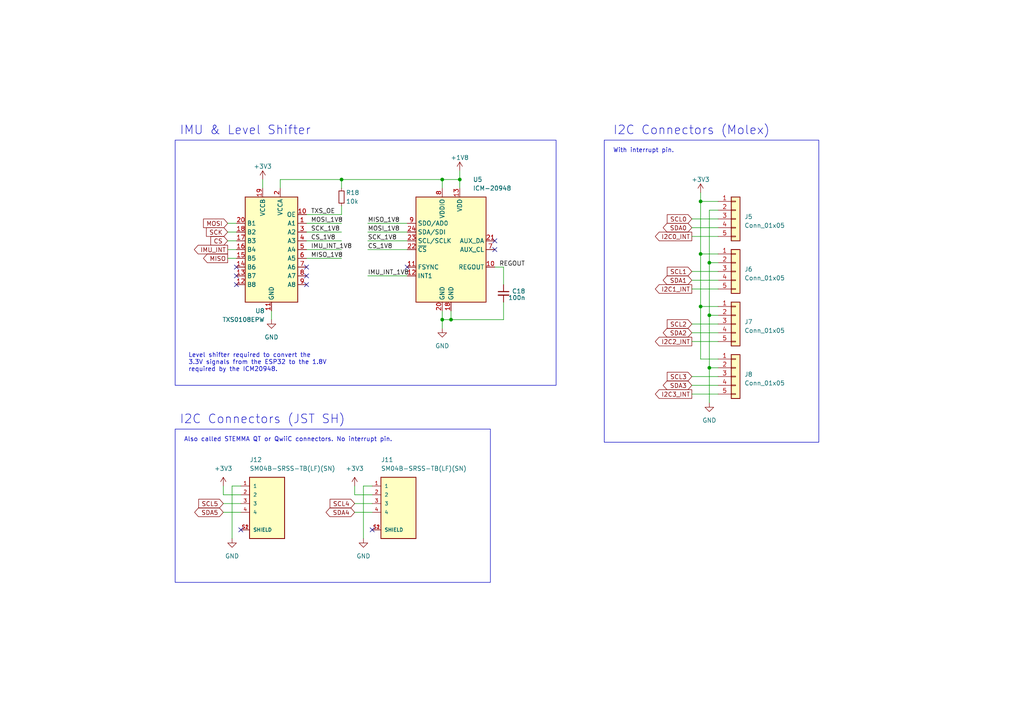
<source format=kicad_sch>
(kicad_sch (version 20230121) (generator eeschema)
  (paper "A4")
  (lib_symbols
    (symbol "Connector_Generic:Conn_01x05" (pin_names (offset 1.016) hide)
      (property "Reference" "J" (at 0 7.62 0))
      (property "Value" "Conn_01x05" (at 0 -7.62 0))
      (symbol "Conn_01x05_1_1"
        (rectangle (start -1.27 -4.953) (end 0 -5.207) (stroke (width 0.1524)))
        (rectangle (start -1.27 -2.413) (end 0 -2.667) (stroke (width 0.1524)))
        (rectangle (start -1.27 0.127) (end 0 -0.127) (stroke (width 0.1524)))
        (rectangle (start -1.27 2.667) (end 0 2.413) (stroke (width 0.1524)))
        (rectangle (start -1.27 5.207) (end 0 4.953) (stroke (width 0.1524)))
        (rectangle (start -1.27 6.35) (end 1.27 -6.35) (stroke (width 0.254)) (fill (type background)))
        (pin passive line (at -5.08 5.08 0) (length 3.81) (name "Pin_1") (number "1"))
        (pin passive line (at -5.08 2.54 0) (length 3.81) (name "Pin_2") (number "2"))
        (pin passive line (at -5.08 0 0) (length 3.81) (name "Pin_3") (number "3"))
        (pin passive line (at -5.08 -2.54 0) (length 3.81) (name "Pin_4") (number "4"))
        (pin passive line (at -5.08 -5.08 0) (length 3.81) (name "Pin_5") (number "5"))
      )
    )
    (symbol "Device:C_Small" (pin_numbers hide) (pin_names (offset 0.254) hide)
      (property "Reference" "C" (at 0.254 1.778 0))
      (property "Value" "C_Small" (at 0.254 -2.032 0))
      (symbol "C_Small_0_1"
        (polyline (pts (xy -1.524 -0.508) (xy 1.524 -0.508)) (stroke (width 0.3302)))
        (polyline (pts (xy -1.524 0.508) (xy 1.524 0.508)) (stroke (width 0.3048)))
      )
      (symbol "C_Small_1_1"
        (pin passive line (at 0 2.54 270) (length 2.032) (name "~") (number "1"))
        (pin passive line (at 0 -2.54 90) (length 2.032) (name "~") (number "2"))
      )
    )
    (symbol "Device:R_Small" (pin_numbers hide) (pin_names (offset 0.254) hide)
      (property "Reference" "R" (at 0.762 0.508 0))
      (property "Value" "R_Small" (at 0.762 -1.016 0))
      (symbol "R_Small_0_1"
        (rectangle (start -0.762 1.778) (end 0.762 -1.778) (stroke (width 0.2032)))
      )
      (symbol "R_Small_1_1"
        (pin passive line (at 0 2.54 270) (length 0.762) (name "~") (number "1"))
        (pin passive line (at 0 -2.54 90) (length 0.762) (name "~") (number "2"))
      )
    )
    (symbol "Logic_LevelTranslator:TXS0108EPW"
      (property "Reference" "U" (at -6.35 16.51 0))
      (property "Value" "TXS0108EPW" (at 3.81 16.51 0))
      (symbol "TXS0108EPW_0_1"
        (rectangle (start -7.62 15.24) (end 7.62 -15.24) (stroke (width 0.254)) (fill (type background)))
      )
      (symbol "TXS0108EPW_1_1"
        (pin bidirectional line (at -10.16 7.62 0) (length 2.54) (name "A1") (number "1"))
        (pin input line (at -10.16 10.16 0) (length 2.54) (name "OE") (number "10"))
        (pin power_in line (at 0 -17.78 90) (length 2.54) (name "GND") (number "11"))
        (pin bidirectional line (at 10.16 -10.16 180) (length 2.54) (name "B8") (number "12"))
        (pin bidirectional line (at 10.16 -7.62 180) (length 2.54) (name "B7") (number "13"))
        (pin bidirectional line (at 10.16 -5.08 180) (length 2.54) (name "B6") (number "14"))
        (pin bidirectional line (at 10.16 -2.54 180) (length 2.54) (name "B5") (number "15"))
        (pin bidirectional line (at 10.16 0 180) (length 2.54) (name "B4") (number "16"))
        (pin bidirectional line (at 10.16 2.54 180) (length 2.54) (name "B3") (number "17"))
        (pin bidirectional line (at 10.16 5.08 180) (length 2.54) (name "B2") (number "18"))
        (pin power_in line (at 2.54 17.78 270) (length 2.54) (name "VCCB") (number "19"))
        (pin power_in line (at -2.54 17.78 270) (length 2.54) (name "VCCA") (number "2"))
        (pin bidirectional line (at 10.16 7.62 180) (length 2.54) (name "B1") (number "20"))
        (pin bidirectional line (at -10.16 5.08 0) (length 2.54) (name "A2") (number "3"))
        (pin bidirectional line (at -10.16 2.54 0) (length 2.54) (name "A3") (number "4"))
        (pin bidirectional line (at -10.16 0 0) (length 2.54) (name "A4") (number "5"))
        (pin bidirectional line (at -10.16 -2.54 0) (length 2.54) (name "A5") (number "6"))
        (pin bidirectional line (at -10.16 -5.08 0) (length 2.54) (name "A6") (number "7"))
        (pin bidirectional line (at -10.16 -7.62 0) (length 2.54) (name "A7") (number "8"))
        (pin bidirectional line (at -10.16 -10.16 0) (length 2.54) (name "A8") (number "9"))
      )
    )
    (symbol "SM04B-SRSS-TB_LF__SN_:SM04B-SRSS-TB(LF)(SN)" (pin_names (offset 1.016))
      (property "Reference" "J" (at -5.0831 8.1433 0))
      (property "Value" "SM04B-SRSS-TB(LF)(SN)" (at -5.0835 -11.9557 0))
      (symbol "SM04B-SRSS-TB(LF)(SN)_0_0"
        (rectangle (start -5.08 -10.16) (end 5.08 7.62) (stroke (width 0.254)) (fill (type background)))
        (pin passive line (at -7.62 5.08 0) (length 2.54) (name "1") (number "1"))
        (pin passive line (at -7.62 2.54 0) (length 2.54) (name "2") (number "2"))
        (pin passive line (at -7.62 0 0) (length 2.54) (name "3") (number "3"))
        (pin passive line (at -7.62 -2.54 0) (length 2.54) (name "4") (number "4"))
        (pin passive line (at -7.62 -7.62 0) (length 2.54) (name "SHIELD") (number "S1"))
        (pin passive line (at -7.62 -7.62 0) (length 2.54) (name "SHIELD") (number "S2"))
      )
    )
    (symbol "Sensor_Motion:ICM-20948"
      (property "Reference" "U5" (at 6.35 20.32 0))
      (property "Value" "ICM-20948" (at 6.35 17.78 0))
      (symbol "ICM-20948_0_1"
        (rectangle (start -10.16 15.24) (end 10.16 -15.24) (stroke (width 0.254)) (fill (type background)))
      )
      (symbol "ICM-20948_1_1"
        (pin no_connect line (at -10.16 12.7 0) (length 2.54) hide (name "NC") (number "1"))
        (pin passive line (at 12.7 -5.08 180) (length 2.54) (name "REGOUT") (number "10"))
        (pin input line (at -12.7 -5.08 0) (length 2.54) (name "FSYNC") (number "11"))
        (pin output line (at -12.7 -7.62 0) (length 2.54) (name "INT1") (number "12"))
        (pin power_in line (at 2.54 17.78 270) (length 2.54) (name "VDD") (number "13"))
        (pin no_connect line (at 10.16 7.62 180) (length 2.54) hide (name "NC") (number "14"))
        (pin no_connect line (at 10.16 5.08 180) (length 2.54) hide (name "NC") (number "15"))
        (pin no_connect line (at 10.16 -7.62 180) (length 2.54) hide (name "NC") (number "16"))
        (pin no_connect line (at 10.16 -10.16 180) (length 2.54) hide (name "NC") (number "17"))
        (pin power_in line (at 0 -17.78 90) (length 2.54) (name "GND") (number "18"))
        (pin no_connect line (at 10.16 -12.7 180) (length 2.54) hide (name "RESV") (number "19"))
        (pin no_connect line (at -10.16 10.16 0) (length 2.54) hide (name "NC") (number "2"))
        (pin passive line (at -2.54 -17.78 90) (length 2.54) (name "GND") (number "20"))
        (pin bidirectional line (at 12.7 2.54 180) (length 2.54) (name "AUX_DA") (number "21"))
        (pin input line (at -12.7 0 0) (length 2.54) (name "~{CS}") (number "22"))
        (pin input line (at -12.7 2.54 0) (length 2.54) (name "SCL/SCLK") (number "23"))
        (pin bidirectional line (at -12.7 5.08 0) (length 2.54) (name "SDA/SDI") (number "24"))
        (pin no_connect line (at -10.16 -2.54 0) (length 2.54) hide (name "NC") (number "3"))
        (pin no_connect line (at -10.16 -10.16 0) (length 2.54) hide (name "NC") (number "4"))
        (pin no_connect line (at -10.16 -12.7 0) (length 2.54) hide (name "NC") (number "5"))
        (pin no_connect line (at 10.16 10.16 180) (length 2.54) hide (name "NC") (number "6"))
        (pin output line (at 12.7 0 180) (length 2.54) (name "AUX_CL") (number "7"))
        (pin power_in line (at -2.54 17.78 270) (length 2.54) (name "VDDIO") (number "8"))
        (pin bidirectional line (at -12.7 7.62 0) (length 2.54) (name "SDO/AD0") (number "9"))
      )
    )
    (symbol "power:+1V8" (power) (pin_names (offset 0))
      (property "Value" "+1V8" (at 0 3.556 0))
      (symbol "+1V8_0_1"
        (polyline (pts (xy -0.762 1.27) (xy 0 2.54)))
        (polyline (pts (xy 0 0) (xy 0 2.54)))
        (polyline (pts (xy 0 2.54) (xy 0.762 1.27)))
      )
      (symbol "+1V8_1_1"
        (pin power_in line (at 0 0 90) (length 0) hide (name "+1V8") (number "1"))
      )
    )
    (symbol "power:+3V3" (power) (pin_names (offset 0))
      (property "Value" "+3V3" (at 0 3.556 0))
      (symbol "+3V3_0_1"
        (polyline (pts (xy -0.762 1.27) (xy 0 2.54)))
        (polyline (pts (xy 0 0) (xy 0 2.54)))
        (polyline (pts (xy 0 2.54) (xy 0.762 1.27)))
      )
      (symbol "+3V3_1_1"
        (pin power_in line (at 0 0 90) (length 0) hide (name "+3V3") (number "1"))
      )
    )
    (symbol "power:GND" (power) (pin_names (offset 0))
      (property "Value" "GND" (at 0 -3.81 0))
      (symbol "GND_0_1"
        (polyline (pts (xy 0 0) (xy 0 -1.27) (xy 1.27 -1.27) (xy 0 -2.54) (xy -1.27 -1.27) (xy 0 -1.27)))
      )
      (symbol "GND_1_1"
        (pin power_in line (at 0 0 270) (length 0) hide (name "GND") (number "1"))
      )
    )
  )
  (junction (at 99.06 52.07))
  (junction (at 205.74 76.2))
  (junction (at 205.74 106.68))
  (junction (at 203.2 58.42))
  (junction (at 133.35 52.07))
  (junction (at 128.27 52.07))
  (junction (at 130.81 92.71))
  (junction (at 128.27 92.71))
  (junction (at 205.74 91.44))
  (junction (at 203.2 88.9))
  (junction (at 203.2 73.66))
  (no_connect (at 68.58 77.47))
  (no_connect (at 68.58 82.55))
  (no_connect (at 143.51 69.85))
  (no_connect (at 68.58 80.01))
  (no_connect (at 88.9 82.55))
  (no_connect (at 143.51 72.39))
  (no_connect (at 118.11 77.47))
  (no_connect (at 107.95 153.67))
  (no_connect (at 88.9 77.47))
  (no_connect (at 88.9 80.01))
  (no_connect (at 69.85 153.67))
  (wire (pts (xy 66.04 64.77) (xy 68.58 64.77)))
  (wire (pts (xy 81.28 52.07) (xy 99.06 52.07)))
  (wire (pts (xy 106.68 67.31) (xy 118.11 67.31)))
  (wire (pts (xy 205.74 91.44) (xy 205.74 76.2)))
  (wire (pts (xy 200.66 66.04) (xy 208.28 66.04)))
  (wire (pts (xy 203.2 58.42) (xy 208.28 58.42)))
  (wire (pts (xy 88.9 69.85) (xy 99.06 69.85)))
  (wire (pts (xy 66.04 74.93) (xy 68.58 74.93)))
  (wire (pts (xy 146.05 87.63) (xy 146.05 92.71)))
  (wire (pts (xy 143.51 77.47) (xy 146.05 77.47)))
  (wire (pts (xy 200.66 63.5) (xy 208.28 63.5)))
  (wire (pts (xy 200.66 114.3) (xy 208.28 114.3)))
  (wire (pts (xy 200.66 99.06) (xy 208.28 99.06)))
  (wire (pts (xy 102.87 140.97) (xy 102.87 143.51)))
  (wire (pts (xy 99.06 52.07) (xy 128.27 52.07)))
  (wire (pts (xy 64.77 146.05) (xy 69.85 146.05)))
  (wire (pts (xy 133.35 49.53) (xy 133.35 52.07)))
  (wire (pts (xy 78.74 92.71) (xy 78.74 90.17)))
  (wire (pts (xy 128.27 92.71) (xy 130.81 92.71)))
  (wire (pts (xy 88.9 74.93) (xy 99.06 74.93)))
  (wire (pts (xy 200.66 109.22) (xy 208.28 109.22)))
  (wire (pts (xy 81.28 52.07) (xy 81.28 54.61)))
  (wire (pts (xy 99.06 52.07) (xy 99.06 54.61)))
  (wire (pts (xy 102.87 146.05) (xy 107.95 146.05)))
  (wire (pts (xy 200.66 78.74) (xy 208.28 78.74)))
  (wire (pts (xy 200.66 93.98) (xy 208.28 93.98)))
  (wire (pts (xy 106.68 64.77) (xy 118.11 64.77)))
  (wire (pts (xy 128.27 95.25) (xy 128.27 92.71)))
  (wire (pts (xy 128.27 52.07) (xy 133.35 52.07)))
  (wire (pts (xy 146.05 92.71) (xy 130.81 92.71)))
  (wire (pts (xy 205.74 76.2) (xy 208.28 76.2)))
  (wire (pts (xy 203.2 104.14) (xy 208.28 104.14)))
  (wire (pts (xy 200.66 96.52) (xy 208.28 96.52)))
  (wire (pts (xy 107.95 140.97) (xy 105.41 140.97)))
  (wire (pts (xy 205.74 106.68) (xy 205.74 116.84)))
  (wire (pts (xy 203.2 88.9) (xy 203.2 104.14)))
  (wire (pts (xy 128.27 90.17) (xy 128.27 92.71)))
  (wire (pts (xy 66.04 67.31) (xy 68.58 67.31)))
  (wire (pts (xy 200.66 81.28) (xy 208.28 81.28)))
  (wire (pts (xy 105.41 140.97) (xy 105.41 156.21)))
  (wire (pts (xy 64.77 143.51) (xy 69.85 143.51)))
  (wire (pts (xy 203.2 73.66) (xy 208.28 73.66)))
  (wire (pts (xy 203.2 58.42) (xy 203.2 73.66)))
  (wire (pts (xy 67.31 140.97) (xy 67.31 156.21)))
  (wire (pts (xy 146.05 77.47) (xy 146.05 82.55)))
  (wire (pts (xy 200.66 68.58) (xy 208.28 68.58)))
  (wire (pts (xy 205.74 106.68) (xy 208.28 106.68)))
  (wire (pts (xy 133.35 52.07) (xy 133.35 54.61)))
  (wire (pts (xy 203.2 88.9) (xy 208.28 88.9)))
  (wire (pts (xy 205.74 91.44) (xy 208.28 91.44)))
  (wire (pts (xy 76.2 52.07) (xy 76.2 54.61)))
  (wire (pts (xy 102.87 143.51) (xy 107.95 143.51)))
  (wire (pts (xy 66.04 69.85) (xy 68.58 69.85)))
  (wire (pts (xy 69.85 140.97) (xy 67.31 140.97)))
  (wire (pts (xy 205.74 60.96) (xy 208.28 60.96)))
  (wire (pts (xy 200.66 83.82) (xy 208.28 83.82)))
  (wire (pts (xy 88.9 62.23) (xy 99.06 62.23)))
  (wire (pts (xy 130.81 92.71) (xy 130.81 90.17)))
  (wire (pts (xy 66.04 72.39) (xy 68.58 72.39)))
  (wire (pts (xy 203.2 55.88) (xy 203.2 58.42)))
  (wire (pts (xy 99.06 59.69) (xy 99.06 62.23)))
  (wire (pts (xy 200.66 111.76) (xy 208.28 111.76)))
  (wire (pts (xy 88.9 67.31) (xy 99.06 67.31)))
  (wire (pts (xy 128.27 54.61) (xy 128.27 52.07)))
  (wire (pts (xy 106.68 72.39) (xy 118.11 72.39)))
  (wire (pts (xy 106.68 80.01) (xy 118.11 80.01)))
  (wire (pts (xy 205.74 106.68) (xy 205.74 91.44)))
  (wire (pts (xy 205.74 76.2) (xy 205.74 60.96)))
  (wire (pts (xy 102.87 148.59) (xy 107.95 148.59)))
  (wire (pts (xy 88.9 72.39) (xy 99.06 72.39)))
  (wire (pts (xy 64.77 148.59) (xy 69.85 148.59)))
  (wire (pts (xy 203.2 73.66) (xy 203.2 88.9)))
  (wire (pts (xy 106.68 69.85) (xy 118.11 69.85)))
  (wire (pts (xy 64.77 140.97) (xy 64.77 143.51)))
  (wire (pts (xy 88.9 64.77) (xy 99.06 64.77)))
  (rectangle (start 50.8 124.46) (end 142.24 168.91))
  (rectangle (start 175.26 40.64) (end 237.49 128.27))
  (rectangle (start 50.8 40.64) (end 161.29 111.76))
  (text "I2C Connectors (Molex)" (at 177.8 39.37 0) (effects (font (size 2.54 2.54)) (justify left bottom)))
  (text "I2C Connectors (JST SH)" (at 52.07 123.19 0) (effects (font (size 2.54 2.54)) (justify left bottom)))
  (text "Level shifter required to convert the\n3.3V signals from the ESP32 to the 1.8V\nrequired by the ICM20948." (at 54.61 107.95 0) (effects (font (size 1.27 1.27)) (justify left bottom)))
  (text "Also called STEMMA QT or QwiiC connectors. No interrupt pin." (at 53.34 128.27 0) (effects (font (size 1.27 1.27)) (justify left bottom)))
  (text "With interrupt pin." (at 177.8 44.45 0) (effects (font (size 1.27 1.27)) (justify left bottom)))
  (text "IMU & Level Shifter" (at 52.07 39.37 0) (effects (font (size 2.54 2.54)) (justify left bottom)))
  (label "SCK_1V8" (at 106.68 69.85 0))
  (label "SCK_1V8" (at 90.17 67.31 0))
  (label "MISO_1V8" (at 106.68 64.77 0))
  (label "CS_1V8" (at 106.68 72.39 0))
  (label "CS_1V8" (at 90.17 69.85 0))
  (label "REGOUT" (at 144.78 77.47 0))
  (label "MISO_1V8" (at 90.17 74.93 0))
  (label "IMU_INT_1V8" (at 106.68 80.01 0))
  (label "IMU_INT_1V8" (at 90.17 72.39 0))
  (label "MOSI_1V8" (at 106.68 67.31 0))
  (label "MOSI_1V8" (at 90.17 64.77 0))
  (label "TXS_OE" (at 90.17 62.23 0))
  (global_label "SCL0" (shape input) (at 200.66 63.5 180) (property "Intersheetrefs" "${INTERSHEET_REFS}" (effects hide)))
  (global_label "SDA0" (shape bidirectional) (at 200.66 66.04 180) (property "Intersheetrefs" "${INTERSHEET_REFS}" (effects hide)))
  (global_label "CS" (shape input) (at 66.04 69.85 180) (property "Intersheetrefs" "${INTERSHEET_REFS}" (effects hide)))
  (global_label "SCL3" (shape input) (at 200.66 109.22 180) (property "Intersheetrefs" "${INTERSHEET_REFS}" (effects hide)))
  (global_label "SCK" (shape input) (at 66.04 67.31 180) (property "Intersheetrefs" "${INTERSHEET_REFS}" (effects hide)))
  (global_label "SDA5" (shape bidirectional) (at 64.77 148.59 180) (property "Intersheetrefs" "${INTERSHEET_REFS}" (effects hide)))
  (global_label "SCL1" (shape input) (at 200.66 78.74 180) (property "Intersheetrefs" "${INTERSHEET_REFS}" (effects hide)))
  (global_label "SDA1" (shape bidirectional) (at 200.66 81.28 180) (property "Intersheetrefs" "${INTERSHEET_REFS}" (effects hide)))
  (global_label "SDA4" (shape bidirectional) (at 102.87 148.59 180) (property "Intersheetrefs" "${INTERSHEET_REFS}" (effects hide)))
  (global_label "MISO" (shape output) (at 66.04 74.93 180) (property "Intersheetrefs" "${INTERSHEET_REFS}" (effects hide)))
  (global_label "MOSI" (shape input) (at 66.04 64.77 180) (property "Intersheetrefs" "${INTERSHEET_REFS}" (effects hide)))
  (global_label "SDA2" (shape bidirectional) (at 200.66 96.52 180) (property "Intersheetrefs" "${INTERSHEET_REFS}" (effects hide)))
  (global_label "SCL5" (shape input) (at 64.77 146.05 180) (property "Intersheetrefs" "${INTERSHEET_REFS}" (effects hide)))
  (global_label "SCL2" (shape input) (at 200.66 93.98 180) (property "Intersheetrefs" "${INTERSHEET_REFS}" (effects hide)))
  (global_label "SDA3" (shape bidirectional) (at 200.66 111.76 180) (property "Intersheetrefs" "${INTERSHEET_REFS}" (effects hide)))
  (global_label "I2C3_INT" (shape output) (at 200.66 114.3 180) (property "Intersheetrefs" "${INTERSHEET_REFS}" (effects hide)))
  (global_label "I2C0_INT" (shape output) (at 200.66 68.58 180) (property "Intersheetrefs" "${INTERSHEET_REFS}" (effects hide)))
  (global_label "SCL4" (shape input) (at 102.87 146.05 180) (property "Intersheetrefs" "${INTERSHEET_REFS}" (effects hide)))
  (global_label "I2C1_INT" (shape output) (at 200.66 83.82 180) (property "Intersheetrefs" "${INTERSHEET_REFS}" (effects hide)))
  (global_label "I2C2_INT" (shape output) (at 200.66 99.06 180) (property "Intersheetrefs" "${INTERSHEET_REFS}" (effects hide)))
  (global_label "IMU_INT" (shape output) (at 66.04 72.39 180) (property "Intersheetrefs" "${INTERSHEET_REFS}" (effects hide)))
  (symbol (lib_id "power:GND") (at 67.31 156.21 0) (unit 1)
    (property "Reference" "#PWR078" (effects hide))
    (property "Value" "GND" (at 67.31 161.29 0))
    (instances (project "DE10-lite_shield" (path "" (reference "#PWR078") (unit 1)) (path "" (reference "#PWR04") (unit 1))))
  )
  (symbol (lib_id "Device:C_Small") (at 146.05 85.09 0) (mirror y) (unit 1)
    (property "Reference" "C18" (at 152.4 84.4613 0) (effects (justify left)))
    (property "Value" "100n" (at 152.4 86.36 0) (effects (justify left)))
    (property "Footprint" "Capacitor_SMD:C_0402_1005Metric" (effects hide))
    (instances (project "DE10-lite_shield" (path "" (reference "C18") (unit 1)) (path "" (reference "C18") (unit 1)) (path "" (reference "C30") (unit 1))))
  )
  (symbol (lib_id "Connector_Generic:Conn_01x05") (at 213.36 78.74 0) (unit 1)
    (property "Reference" "J6" (at 215.9 78.105 0) (effects (justify left)))
    (property "Value" "Conn_01x05" (at 215.9 80.645 0) (effects (justify left)))
    (property "Footprint" "Connector_PinHeader_2.54mm:PinHeader_1x05_P2.54mm_Vertical" (effects hide))
  )
  (symbol (lib_id "power:+3V3") (at 203.2 55.88 0) (unit 1)
    (property "Reference" "#PWR057" (effects hide))
    (property "Value" "+3V3" (at 203.2 52.07 0))
    (instances (project "DE10-lite_shield" (path "" (reference "#PWR057") (unit 1)) (path "" (reference "#PWR013") (unit 1))))
  )
  (symbol (lib_id "Connector_Generic:Conn_01x05") (at 213.36 63.5 0) (unit 1)
    (property "Reference" "J5" (at 215.9 62.865 0) (effects (justify left)))
    (property "Value" "Conn_01x05" (at 215.9 65.405 0) (effects (justify left)))
    (property "Footprint" "Connector_PinHeader_2.54mm:PinHeader_1x05_P2.54mm_Vertical" (effects hide))
  )
  (symbol (lib_id "Device:R_Small") (at 99.06 57.15 180) (unit 1)
    (property "Reference" "R18" (at 100.33 55.88 0) (effects (justify right)))
    (property "Value" "10k" (at 100.33 58.42 0) (effects (justify right)))
    (property "Footprint" "Resistor_SMD:R_0402_1005Metric" (effects hide))
    (instances (project "DE10-lite_shield" (path "" (reference "R18") (unit 1)) (path "" (reference "R18") (unit 1)) (path "" (reference "R43") (unit 1))))
  )
  (symbol (lib_id "Connector_Generic:Conn_01x05") (at 213.36 109.22 0) (unit 1)
    (property "Reference" "J8" (at 215.9 108.585 0) (effects (justify left)))
    (property "Value" "Conn_01x05" (at 215.9 111.125 0) (effects (justify left)))
    (property "Footprint" "Connector_PinHeader_2.54mm:PinHeader_1x05_P2.54mm_Vertical" (effects hide))
  )
  (symbol (lib_id "SM04B-SRSS-TB_LF__SN_:SM04B-SRSS-TB(LF)(SN)") (at 77.47 146.05 0) (unit 1)
    (property "Reference" "J12" (at 72.39 133.35 0) (effects (justify left)))
    (property "Value" "SM04B-SRSS-TB(LF)(SN)" (at 72.39 135.89 0) (effects (justify left)))
    (property "Footprint" "footprints:JST_SM04B-SRSS-TB(LF)(SN)" (effects hide))
    (property "MANUFACTURER" "JST" (effects hide))
    (property "STANDARD" "Manufacturer recommendations" (effects hide))
    (instances (project "DE10-lite_shield" (path "" (reference "J12") (unit 1)) (path "" (reference "J4") (unit 1))))
  )
  (symbol (lib_id "Sensor_Motion:ICM-20948") (at 130.81 72.39 0) (unit 1)
    (property "Reference" "U5" (at 137.16 52.07 0) (effects (justify left)))
    (property "Value" "ICM-20948" (at 137.16 54.61 0) (effects (justify left)))
    (property "Footprint" "Sensor_Motion:InvenSense_QFN-24_3x3mm_P0.4mm" (effects hide))
    (property "Datasheet" "http://www.invensense.com/wp-content/uploads/2016/06/DS-000189-ICM-20948-v1.3.pdf" (effects hide))
    (instances (project "DE10-lite_shield" (path "" (reference "U5") (unit 1)) (path "" (reference "U8") (unit 1)) (path "" (reference "U13") (unit 1))))
  )
  (symbol (lib_id "SM04B-SRSS-TB_LF__SN_:SM04B-SRSS-TB(LF)(SN)") (at 115.57 146.05 0) (unit 1)
    (property "Reference" "J11" (at 110.49 133.35 0) (effects (justify left)))
    (property "Value" "SM04B-SRSS-TB(LF)(SN)" (at 110.49 135.89 0) (effects (justify left)))
    (property "Footprint" "footprints:JST_SM04B-SRSS-TB(LF)(SN)" (effects hide))
    (property "MANUFACTURER" "JST" (effects hide))
    (property "STANDARD" "Manufacturer recommendations" (effects hide))
  )
  (symbol (lib_id "power:+3V3") (at 76.2 52.07 0) (unit 1)
    (property "Reference" "#PWR056" (effects hide))
    (property "Value" "+3V3" (at 76.2 48.26 0))
    (instances (project "DE10-lite_shield" (path "" (reference "#PWR056") (unit 1)) (path "" (reference "#PWR09") (unit 1)) (path "" (reference "#PWR098") (unit 1))))
  )
  (symbol (lib_id "Logic_LevelTranslator:TXS0108EPW") (at 78.74 72.39 0) (mirror y) (unit 1)
    (property "Reference" "U8" (at 76.7841 90.17 0) (effects (justify left)))
    (property "Value" "TXS0108EPW" (at 76.7841 92.71 0) (effects (justify left)))
    (property "Footprint" "Package_SO:TSSOP-20_4.4x6.5mm_P0.65mm" (effects hide))
    (property "Datasheet" "www.ti.com/lit/ds/symlink/txs0108e.pdf" (effects hide))
    (instances (project "DE10-lite_shield" (path "" (reference "U8") (unit 1)) (path "" (reference "U5") (unit 1)) (path "" (reference "U12") (unit 1))))
  )
  (symbol (lib_id "power:GND") (at 128.27 95.25 0) (unit 1)
    (property "Reference" "#PWR09" (effects hide))
    (property "Value" "GND" (at 128.27 100.33 0))
    (instances (project "DE10-lite_shield" (path "" (reference "#PWR09") (unit 1)) (path "" (reference "#PWR053") (unit 1)) (path "" (reference "#PWR0100") (unit 1))))
  )
  (symbol (lib_id "power:GND") (at 105.41 156.21 0) (unit 1)
    (property "Reference" "#PWR076" (effects hide))
    (property "Value" "GND" (at 105.41 161.29 0))
    (instances (project "DE10-lite_shield" (path "" (reference "#PWR076") (unit 1)) (path "" (reference "#PWR035") (unit 1))))
  )
  (symbol (lib_id "Connector_Generic:Conn_01x05") (at 213.36 93.98 0) (unit 1)
    (property "Reference" "J7" (at 215.9 93.345 0) (effects (justify left)))
    (property "Value" "Conn_01x05" (at 215.9 95.885 0) (effects (justify left)))
    (property "Footprint" "Connector_PinHeader_2.54mm:PinHeader_1x05_P2.54mm_Vertical" (effects hide))
  )
  (symbol (lib_id "power:GND") (at 78.74 92.71 0) (unit 1)
    (property "Reference" "#PWR053" (effects hide))
    (property "Value" "GND" (at 78.74 97.79 0))
    (instances (project "DE10-lite_shield" (path "" (reference "#PWR053") (unit 1)) (path "" (reference "#PWR052") (unit 1)) (path "" (reference "#PWR099") (unit 1))))
  )
  (symbol (lib_id "power:+3V3") (at 64.77 140.97 0) (unit 1)
    (property "Reference" "#PWR077" (effects hide))
    (property "Value" "+3V3" (at 64.77 135.89 0))
    (instances (project "DE10-lite_shield" (path "" (reference "#PWR077") (unit 1)) (path "" (reference "#PWR02") (unit 1))) (project "ViRG0_PCB" (path "" (reference "#PWR052") (unit 1))))
  )
  (symbol (lib_id "power:+3V3") (at 102.87 140.97 0) (unit 1)
    (property "Reference" "#PWR075" (effects hide))
    (property "Value" "+3V3" (at 102.87 135.89 0))
    (instances (project "DE10-lite_shield" (path "" (reference "#PWR075") (unit 1)) (path "" (reference "#PWR012") (unit 1))) (project "ViRG0_PCB" (path "" (reference "#PWR052") (unit 1))))
  )
  (symbol (lib_id "power:GND") (at 205.74 116.84 0) (unit 1)
    (property "Reference" "#PWR058" (effects hide))
    (property "Value" "GND" (at 205.74 121.92 0))
    (instances (project "DE10-lite_shield" (path "" (reference "#PWR058") (unit 1)) (path "" (reference "#PWR036") (unit 1))))
  )
  (symbol (lib_id "power:+1V8") (at 133.35 49.53 0) (unit 1)
    (property "Reference" "#PWR052" (effects hide))
    (property "Value" "+1V8" (at 133.35 45.72 0))
    (instances (project "DE10-lite_shield" (path "" (reference "#PWR052") (unit 1)) (path "" (reference "#PWR056") (unit 1)) (path "" (reference "#PWR0101") (unit 1))))
  )
)
</source>
